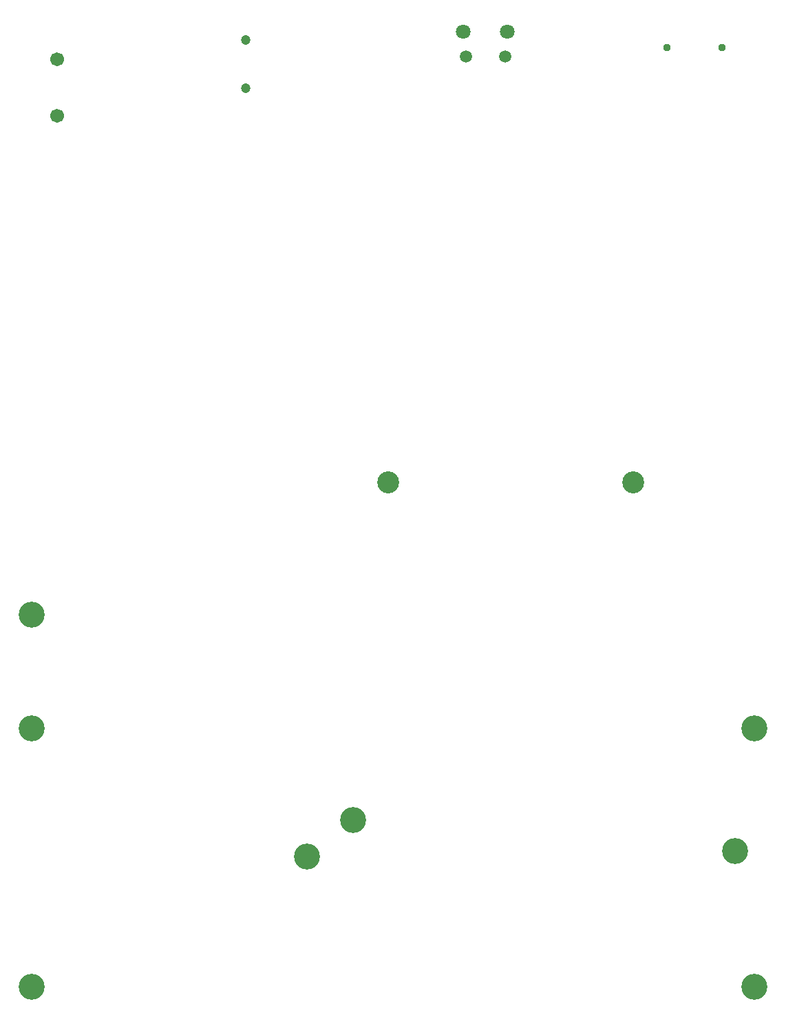
<source format=gbr>
%TF.GenerationSoftware,KiCad,Pcbnew,7.0.2*%
%TF.CreationDate,2024-01-05T18:48:28-08:00*%
%TF.ProjectId,MuKOB,4d754b4f-422e-46b6-9963-61645f706362,1.0*%
%TF.SameCoordinates,Original*%
%TF.FileFunction,NonPlated,1,4,NPTH,Drill*%
%TF.FilePolarity,Positive*%
%FSLAX46Y46*%
G04 Gerber Fmt 4.6, Leading zero omitted, Abs format (unit mm)*
G04 Created by KiCad (PCBNEW 7.0.2) date 2024-01-05 18:48:28*
%MOMM*%
%LPD*%
G01*
G04 APERTURE LIST*
%TA.AperFunction,ComponentDrill*%
%ADD10C,0.950000*%
%TD*%
%TA.AperFunction,ComponentDrill*%
%ADD11C,1.200000*%
%TD*%
%TA.AperFunction,ComponentDrill*%
%ADD12C,1.500000*%
%TD*%
%TA.AperFunction,ComponentDrill*%
%ADD13C,1.701800*%
%TD*%
%TA.AperFunction,ComponentDrill*%
%ADD14C,1.800000*%
%TD*%
%TA.AperFunction,ComponentDrill*%
%ADD15C,2.700000*%
%TD*%
%TA.AperFunction,ComponentDrill*%
%ADD16C,3.200000*%
%TD*%
G04 APERTURE END LIST*
D10*
%TO.C,J6*%
X134096000Y-53804900D03*
X140896000Y-53804900D03*
D11*
%TO.C,J2*%
X82280000Y-52824400D03*
X82280000Y-58824400D03*
D12*
%TO.C,U2*%
X109335000Y-54874400D03*
X114185000Y-54874400D03*
D13*
%TO.C,J14*%
X59072780Y-55194200D03*
X59072780Y-62204600D03*
D14*
%TO.C,U2*%
X109035000Y-51844400D03*
X114485000Y-51844400D03*
D15*
%TO.C,M_DISP4*%
X99796600Y-107213400D03*
%TO.C,M_DISP5*%
X129971800Y-107213400D03*
D16*
%TO.C,M_H5*%
X55956200Y-123444000D03*
%TO.C,M_H3*%
X55956200Y-137414000D03*
%TO.C,M_H1*%
X55956200Y-169164000D03*
%TO.C,M_DISP3*%
X89777000Y-153172400D03*
%TO.C,M_DISP1*%
X95492000Y-148727400D03*
%TO.C,M_DISP2*%
X142482000Y-152537400D03*
%TO.C,M_H4*%
X144856200Y-137414000D03*
%TO.C,M_H2*%
X144856200Y-169164000D03*
M02*

</source>
